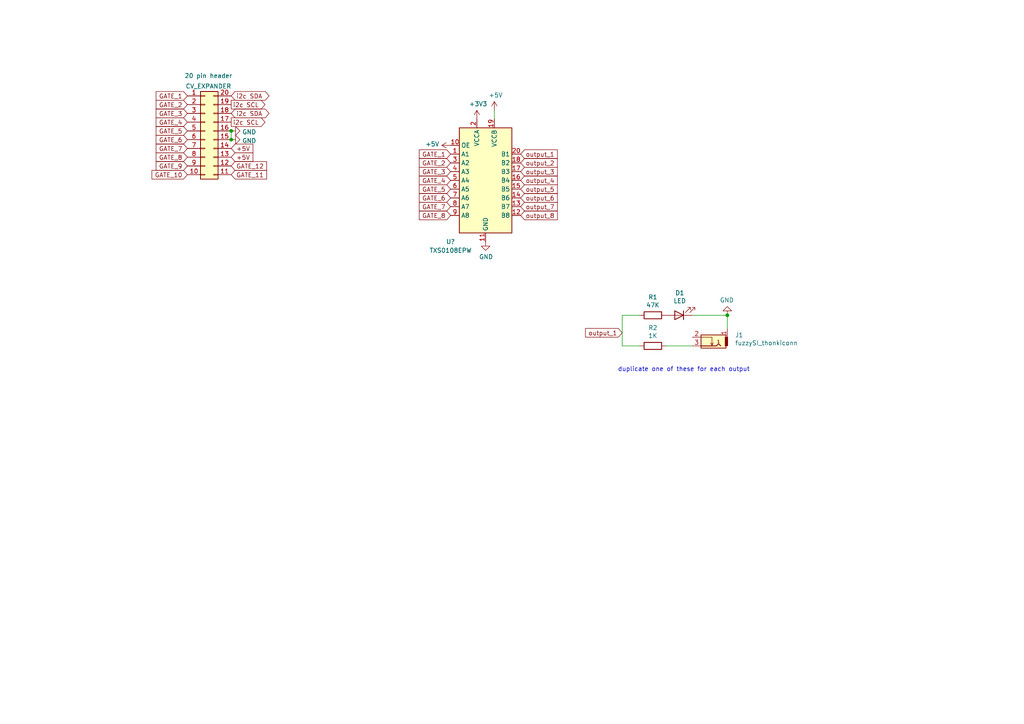
<source format=kicad_sch>
(kicad_sch (version 20230121) (generator eeschema)
  (paper "A4")
  (lib_symbols
    (symbol "Connector_Generic:Conn_02x10_Counter_Clockwise" (pin_names (offset 1.016) hide)
      (property "Reference" "J" (at 1.27 12.7 0))
      (property "Value" "Conn_02x10_Counter_Clockwise" (at 1.27 -15.24 0))
      (symbol "Conn_02x10_Counter_Clockwise_1_1"
        (rectangle (start -1.27 -12.573) (end 0 -12.827) (stroke (width 0.1524)))
        (rectangle (start -1.27 -10.033) (end 0 -10.287) (stroke (width 0.1524)))
        (rectangle (start -1.27 -7.493) (end 0 -7.747) (stroke (width 0.1524)))
        (rectangle (start -1.27 -4.953) (end 0 -5.207) (stroke (width 0.1524)))
        (rectangle (start -1.27 -2.413) (end 0 -2.667) (stroke (width 0.1524)))
        (rectangle (start -1.27 0.127) (end 0 -0.127) (stroke (width 0.1524)))
        (rectangle (start -1.27 2.667) (end 0 2.413) (stroke (width 0.1524)))
        (rectangle (start -1.27 5.207) (end 0 4.953) (stroke (width 0.1524)))
        (rectangle (start -1.27 7.747) (end 0 7.493) (stroke (width 0.1524)))
        (rectangle (start -1.27 10.287) (end 0 10.033) (stroke (width 0.1524)))
        (rectangle (start -1.27 11.43) (end 3.81 -13.97) (stroke (width 0.254)) (fill (type background)))
        (rectangle (start 3.81 -12.573) (end 2.54 -12.827) (stroke (width 0.1524)))
        (rectangle (start 3.81 -10.033) (end 2.54 -10.287) (stroke (width 0.1524)))
        (rectangle (start 3.81 -7.493) (end 2.54 -7.747) (stroke (width 0.1524)))
        (rectangle (start 3.81 -4.953) (end 2.54 -5.207) (stroke (width 0.1524)))
        (rectangle (start 3.81 -2.413) (end 2.54 -2.667) (stroke (width 0.1524)))
        (rectangle (start 3.81 0.127) (end 2.54 -0.127) (stroke (width 0.1524)))
        (rectangle (start 3.81 2.667) (end 2.54 2.413) (stroke (width 0.1524)))
        (rectangle (start 3.81 5.207) (end 2.54 4.953) (stroke (width 0.1524)))
        (rectangle (start 3.81 7.747) (end 2.54 7.493) (stroke (width 0.1524)))
        (rectangle (start 3.81 10.287) (end 2.54 10.033) (stroke (width 0.1524)))
        (pin passive line (at -5.08 10.16 0) (length 3.81) (name "Pin_1") (number "1"))
        (pin passive line (at -5.08 -12.7 0) (length 3.81) (name "Pin_10") (number "10"))
        (pin passive line (at 7.62 -12.7 180) (length 3.81) (name "Pin_11") (number "11"))
        (pin passive line (at 7.62 -10.16 180) (length 3.81) (name "Pin_12") (number "12"))
        (pin passive line (at 7.62 -7.62 180) (length 3.81) (name "Pin_13") (number "13"))
        (pin passive line (at 7.62 -5.08 180) (length 3.81) (name "Pin_14") (number "14"))
        (pin passive line (at 7.62 -2.54 180) (length 3.81) (name "Pin_15") (number "15"))
        (pin passive line (at 7.62 0 180) (length 3.81) (name "Pin_16") (number "16"))
        (pin passive line (at 7.62 2.54 180) (length 3.81) (name "Pin_17") (number "17"))
        (pin passive line (at 7.62 5.08 180) (length 3.81) (name "Pin_18") (number "18"))
        (pin passive line (at 7.62 7.62 180) (length 3.81) (name "Pin_19") (number "19"))
        (pin passive line (at -5.08 7.62 0) (length 3.81) (name "Pin_2") (number "2"))
        (pin passive line (at 7.62 10.16 180) (length 3.81) (name "Pin_20") (number "20"))
        (pin passive line (at -5.08 5.08 0) (length 3.81) (name "Pin_3") (number "3"))
        (pin passive line (at -5.08 2.54 0) (length 3.81) (name "Pin_4") (number "4"))
        (pin passive line (at -5.08 0 0) (length 3.81) (name "Pin_5") (number "5"))
        (pin passive line (at -5.08 -2.54 0) (length 3.81) (name "Pin_6") (number "6"))
        (pin passive line (at -5.08 -5.08 0) (length 3.81) (name "Pin_7") (number "7"))
        (pin passive line (at -5.08 -7.62 0) (length 3.81) (name "Pin_8") (number "8"))
        (pin passive line (at -5.08 -10.16 0) (length 3.81) (name "Pin_9") (number "9"))
      )
    )
    (symbol "Device:LED" (pin_numbers hide) (pin_names (offset 1.016) hide)
      (property "Reference" "D" (at 0 2.54 0))
      (property "Value" "LED" (at 0 -2.54 0))
      (symbol "LED_0_1"
        (polyline (pts (xy -1.27 -1.27) (xy -1.27 1.27)) (stroke (width 0.254)))
        (polyline (pts (xy -1.27 0) (xy 1.27 0)))
        (polyline (pts (xy 1.27 -1.27) (xy 1.27 1.27) (xy -1.27 0) (xy 1.27 -1.27)) (stroke (width 0.254)))
        (polyline (pts (xy -3.048 -0.762) (xy -4.572 -2.286) (xy -3.81 -2.286) (xy -4.572 -2.286) (xy -4.572 -1.524)))
        (polyline (pts (xy -1.778 -0.762) (xy -3.302 -2.286) (xy -2.54 -2.286) (xy -3.302 -2.286) (xy -3.302 -1.524)))
      )
      (symbol "LED_1_1"
        (pin passive line (at -3.81 0 0) (length 2.54) (name "K") (number "1"))
        (pin passive line (at 3.81 0 180) (length 2.54) (name "A") (number "2"))
      )
    )
    (symbol "Device:R" (pin_numbers hide) (pin_names (offset 0))
      (property "Reference" "R" (at 2.032 0 90))
      (property "Value" "R" (at 0 0 90))
      (symbol "R_0_1"
        (rectangle (start -1.016 -2.54) (end 1.016 2.54) (stroke (width 0.254)))
      )
      (symbol "R_1_1"
        (pin passive line (at 0 3.81 270) (length 1.27) (name "~") (number "1"))
        (pin passive line (at 0 -3.81 90) (length 1.27) (name "~") (number "2"))
      )
    )
    (symbol "Logic_LevelTranslator:TXS0108EPW"
      (property "Reference" "U" (at -6.35 16.51 0))
      (property "Value" "TXS0108EPW" (at 3.81 16.51 0))
      (symbol "TXS0108EPW_0_1"
        (rectangle (start -7.62 15.24) (end 7.62 -15.24) (stroke (width 0.254)) (fill (type background)))
      )
      (symbol "TXS0108EPW_1_1"
        (pin bidirectional line (at -10.16 7.62 0) (length 2.54) (name "A1") (number "1"))
        (pin input line (at -10.16 10.16 0) (length 2.54) (name "OE") (number "10"))
        (pin power_in line (at 0 -17.78 90) (length 2.54) (name "GND") (number "11"))
        (pin bidirectional line (at 10.16 -10.16 180) (length 2.54) (name "B8") (number "12"))
        (pin bidirectional line (at 10.16 -7.62 180) (length 2.54) (name "B7") (number "13"))
        (pin bidirectional line (at 10.16 -5.08 180) (length 2.54) (name "B6") (number "14"))
        (pin bidirectional line (at 10.16 -2.54 180) (length 2.54) (name "B5") (number "15"))
        (pin bidirectional line (at 10.16 0 180) (length 2.54) (name "B4") (number "16"))
        (pin bidirectional line (at 10.16 2.54 180) (length 2.54) (name "B3") (number "17"))
        (pin bidirectional line (at 10.16 5.08 180) (length 2.54) (name "B2") (number "18"))
        (pin power_in line (at 2.54 17.78 270) (length 2.54) (name "VCCB") (number "19"))
        (pin power_in line (at -2.54 17.78 270) (length 2.54) (name "VCCA") (number "2"))
        (pin bidirectional line (at 10.16 7.62 180) (length 2.54) (name "B1") (number "20"))
        (pin bidirectional line (at -10.16 5.08 0) (length 2.54) (name "A2") (number "3"))
        (pin bidirectional line (at -10.16 2.54 0) (length 2.54) (name "A3") (number "4"))
        (pin bidirectional line (at -10.16 0 0) (length 2.54) (name "A4") (number "5"))
        (pin bidirectional line (at -10.16 -2.54 0) (length 2.54) (name "A5") (number "6"))
        (pin bidirectional line (at -10.16 -5.08 0) (length 2.54) (name "A6") (number "7"))
        (pin bidirectional line (at -10.16 -7.62 0) (length 2.54) (name "A7") (number "8"))
        (pin bidirectional line (at -10.16 -10.16 0) (length 2.54) (name "A8") (number "9"))
      )
    )
    (symbol "power:+3V3" (power) (pin_names (offset 0))
      (property "Value" "+3V3" (at 0 3.556 0))
      (symbol "+3V3_0_1"
        (polyline (pts (xy -0.762 1.27) (xy 0 2.54)))
        (polyline (pts (xy 0 0) (xy 0 2.54)))
        (polyline (pts (xy 0 2.54) (xy 0.762 1.27)))
      )
      (symbol "+3V3_1_1"
        (pin power_in line (at 0 0 90) (length 0) hide (name "+3V3") (number "1"))
      )
    )
    (symbol "power:+5V" (power) (pin_names (offset 0))
      (property "Value" "+5V" (at 0 3.556 0))
      (symbol "+5V_0_1"
        (polyline (pts (xy -0.762 1.27) (xy 0 2.54)))
        (polyline (pts (xy 0 0) (xy 0 2.54)))
        (polyline (pts (xy 0 2.54) (xy 0.762 1.27)))
      )
      (symbol "+5V_1_1"
        (pin power_in line (at 0 0 90) (length 0) hide (name "+5V") (number "1"))
      )
    )
    (symbol "power:GND" (power) (pin_names (offset 0))
      (property "Value" "GND" (at 0 -3.81 0))
      (symbol "GND_0_1"
        (polyline (pts (xy 0 0) (xy 0 -1.27) (xy 1.27 -1.27) (xy 0 -2.54) (xy -1.27 -1.27) (xy 0 -1.27)))
      )
      (symbol "GND_1_1"
        (pin power_in line (at 0 0 270) (length 0) hide (name "GND") (number "1"))
      )
    )
    (symbol "usb_midi_clocker circuits-rescue:fuzzySI_thonkiconn-thonkiconn_jackSocket_fuzzySi" (pin_names (offset 1.016))
      (property "Reference" "J" (at -1.27 4.445 0))
      (property "Value" "thonkiconn_jackSocket_fuzzySi_fuzzySI_thonkiconn" (at 4.318 -1.778 0))
      (symbol "fuzzySI_thonkiconn-thonkiconn_jackSocket_fuzzySi_0_0"
        (text "1" (at -2.54 1.27 0) (effects (font (size 0.762 0.762))))
      )
      (symbol "fuzzySI_thonkiconn-thonkiconn_jackSocket_fuzzySi_0_1"
        (rectangle (start -4.699 3.175) (end 2.54 -0.635) (stroke (width 0.254)) (fill (type background)))
        (rectangle (start -4.445 0) (end -5.207 2.54) (fill (type outline)))
        (polyline (pts (xy -0.635 2.413) (xy -0.254 1.651)))
        (polyline (pts (xy 2.54 0) (xy -0.635 0) (xy -0.635 2.413) (xy -1.016 1.651)))
        (polyline (pts (xy 2.54 2.54) (xy -1.905 2.54) (xy -2.54 1.905) (xy -3.175 2.54)) (stroke (width 0.254)))
      )
      (symbol "fuzzySI_thonkiconn-thonkiconn_jackSocket_fuzzySi_1_1"
        (pin passive line (at -5.08 -2.54 90) (length 2.54) (name "~") (number "1"))
        (pin passive line (at 5.08 0 180) (length 2.54) (name "~") (number "2"))
        (pin passive line (at 5.08 2.54 180) (length 2.54) (name "~") (number "3"))
      )
    )
  )
  (junction (at 67.056 40.513))
  (junction (at 67.056 37.973))
  (junction (at 210.947 91.44))
  (wire (pts (xy 200.787 100.33) (xy 193.167 100.33)))
  (wire (pts (xy 180.467 91.44) (xy 180.467 100.33)))
  (wire (pts (xy 180.467 100.33) (xy 185.547 100.33)))
  (wire (pts (xy 67.056 37.973) (xy 67.056 40.513)))
  (wire (pts (xy 210.947 95.25) (xy 210.947 91.44)))
  (wire (pts (xy 210.947 91.44) (xy 200.787 91.44)))
  (wire (pts (xy 143.383 32.004) (xy 143.383 34.544)))
  (wire (pts (xy 185.547 91.44) (xy 180.467 91.44)))
  (text "duplicate one of these for each output" (at 179.197 107.95 0) (effects (font (size 1.27 1.27)) (justify left bottom)))
  (global_label "output_7" (shape input) (at 151.003 59.944 0) (property "Intersheetrefs" "${INTERSHEET_REFS}" (effects hide)))
  (global_label "GATE_2" (shape input) (at 130.683 47.244 180) (property "Intersheetrefs" "${INTERSHEET_REFS}" (effects hide)))
  (global_label "GATE_1" (shape input) (at 54.356 27.813 180) (property "Intersheetrefs" "${INTERSHEET_REFS}" (effects hide)))
  (global_label "i2c SDA" (shape bidirectional) (at 67.056 27.813 0) (property "Intersheetrefs" "${INTERSHEET_REFS}" (effects hide)))
  (global_label "+5V" (shape input) (at 67.056 45.593 0) (property "Intersheetrefs" "${INTERSHEET_REFS}" (effects hide)))
  (global_label "GATE_7" (shape input) (at 130.683 59.944 180) (property "Intersheetrefs" "${INTERSHEET_REFS}" (effects hide)))
  (global_label "GATE_8" (shape input) (at 54.356 45.593 180) (property "Intersheetrefs" "${INTERSHEET_REFS}" (effects hide)))
  (global_label "GATE_6" (shape input) (at 130.683 57.404 180) (property "Intersheetrefs" "${INTERSHEET_REFS}" (effects hide)))
  (global_label "i2c SDA" (shape bidirectional) (at 67.056 32.893 0) (property "Intersheetrefs" "${INTERSHEET_REFS}" (effects hide)))
  (global_label "GATE_3" (shape input) (at 54.356 32.893 180) (property "Intersheetrefs" "${INTERSHEET_REFS}" (effects hide)))
  (global_label "GATE_3" (shape input) (at 130.683 49.784 180) (property "Intersheetrefs" "${INTERSHEET_REFS}" (effects hide)))
  (global_label "output_8" (shape input) (at 151.003 62.484 0) (property "Intersheetrefs" "${INTERSHEET_REFS}" (effects hide)))
  (global_label "GATE_5" (shape input) (at 130.683 54.864 180) (property "Intersheetrefs" "${INTERSHEET_REFS}" (effects hide)))
  (global_label "+5V" (shape input) (at 67.056 43.053 0) (property "Intersheetrefs" "${INTERSHEET_REFS}" (effects hide)))
  (global_label "i2c SCL" (shape output) (at 67.056 30.353 0) (property "Intersheetrefs" "${INTERSHEET_REFS}" (effects hide)))
  (global_label "GATE_9" (shape input) (at 54.356 48.133 180) (property "Intersheetrefs" "${INTERSHEET_REFS}" (effects hide)))
  (global_label "output_3" (shape input) (at 151.003 49.784 0) (property "Intersheetrefs" "${INTERSHEET_REFS}" (effects hide)))
  (global_label "GATE_4" (shape input) (at 54.356 35.433 180) (property "Intersheetrefs" "${INTERSHEET_REFS}" (effects hide)))
  (global_label "GATE_6" (shape input) (at 54.356 40.513 180) (property "Intersheetrefs" "${INTERSHEET_REFS}" (effects hide)))
  (global_label "GATE_2" (shape input) (at 54.356 30.353 180) (property "Intersheetrefs" "${INTERSHEET_REFS}" (effects hide)))
  (global_label "GATE_10" (shape input) (at 54.356 50.673 180) (property "Intersheetrefs" "${INTERSHEET_REFS}" (effects hide)))
  (global_label "output_1" (shape input) (at 180.467 96.52 180) (property "Intersheetrefs" "${INTERSHEET_REFS}" (effects hide)))
  (global_label "output_5" (shape input) (at 151.003 54.864 0) (property "Intersheetrefs" "${INTERSHEET_REFS}" (effects hide)))
  (global_label "GATE_11" (shape input) (at 67.056 50.673 0) (property "Intersheetrefs" "${INTERSHEET_REFS}" (effects hide)))
  (global_label "output_2" (shape input) (at 151.003 47.244 0) (property "Intersheetrefs" "${INTERSHEET_REFS}" (effects hide)))
  (global_label "GATE_12" (shape input) (at 67.056 48.133 0) (property "Intersheetrefs" "${INTERSHEET_REFS}" (effects hide)))
  (global_label "GATE_8" (shape input) (at 130.683 62.484 180) (property "Intersheetrefs" "${INTERSHEET_REFS}" (effects hide)))
  (global_label "GATE_1" (shape input) (at 130.683 44.704 180) (property "Intersheetrefs" "${INTERSHEET_REFS}" (effects hide)))
  (global_label "GATE_5" (shape input) (at 54.356 37.973 180) (property "Intersheetrefs" "${INTERSHEET_REFS}" (effects hide)))
  (global_label "i2c SCL" (shape output) (at 67.056 35.433 0) (property "Intersheetrefs" "${INTERSHEET_REFS}" (effects hide)))
  (global_label "GATE_4" (shape input) (at 130.683 52.324 180) (property "Intersheetrefs" "${INTERSHEET_REFS}" (effects hide)))
  (global_label "GATE_7" (shape input) (at 54.356 43.053 180) (property "Intersheetrefs" "${INTERSHEET_REFS}" (effects hide)))
  (global_label "output_4" (shape input) (at 151.003 52.324 0) (property "Intersheetrefs" "${INTERSHEET_REFS}" (effects hide)))
  (global_label "output_6" (shape input) (at 151.003 57.404 0) (property "Intersheetrefs" "${INTERSHEET_REFS}" (effects hide)))
  (global_label "output_1" (shape input) (at 151.003 44.704 0) (property "Intersheetrefs" "${INTERSHEET_REFS}" (effects hide)))
  (symbol (lib_id "power:GND") (at 67.056 40.513 90) (unit 1)
    (property "Reference" "#PWR07" (effects hide))
    (property "Value" "GND" (at 70.231 40.8298 90) (effects (justify right)))
    (instances (project "usb_midi_clocker circuits" (path "" (reference "#PWR07") (unit 1)) (path "" (reference "#PWR021") (unit 1))))
  )
  (symbol (lib_id "power:+3V3") (at 138.303 34.544 0) (unit 1)
    (property "Reference" "#PWR?" (effects hide))
    (property "Value" "+3V3" (at 138.684 30.1498 0))
    (instances (project "usb_midi_clocker circuits" (path "" (reference "#PWR?") (unit 1)) (path "" (reference "#PWR023") (unit 1))))
  )
  (symbol (lib_id "power:GND") (at 67.056 37.973 90) (unit 1)
    (property "Reference" "#PWR08" (effects hide))
    (property "Value" "GND" (at 70.231 38.2898 90) (effects (justify right)))
    (instances (project "usb_midi_clocker circuits" (path "" (reference "#PWR08") (unit 1)) (path "" (reference "#PWR020") (unit 1))))
  )
  (symbol (lib_id "Device:LED") (at 196.977 91.44 180) (unit 1)
    (property "Reference" "D1" (at 197.1548 84.963 0))
    (property "Value" "LED" (at 197.1548 87.2744 0))
  )
  (symbol (lib_id "Connector_Generic:Conn_02x10_Counter_Clockwise") (at 59.436 37.973 0) (unit 1)
    (property "Reference" "CV_EXPANDER" (at 60.452 25.019 0))
    (property "Value" "20 pin header" (at 60.452 21.971 0))
    (instances (project "usb_midi_clocker circuits" (path "" (reference "CV_EXPANDER") (unit 1)) (path "" (reference "CV_EXPANDER1") (unit 1))))
  )
  (symbol (lib_id "usb_midi_clocker circuits-rescue:fuzzySI_thonkiconn-thonkiconn_jackSocket_fuzzySi") (at 205.867 97.79 180) (unit 1)
    (property "Reference" "J1" (at 213.1822 97.1804 0) (effects (justify right)))
    (property "Value" "fuzzySI_thonkiconn" (at 213.1822 99.4918 0) (effects (justify right)))
  )
  (symbol (lib_id "power:+5V") (at 143.383 32.004 0) (unit 1)
    (property "Reference" "#PWR?" (effects hide))
    (property "Value" "+5V" (at 143.764 27.6098 0))
    (instances (project "usb_midi_clocker circuits" (path "" (reference "#PWR?") (unit 1)) (path "" (reference "#PWR025") (unit 1))))
  )
  (symbol (lib_id "Device:R") (at 189.357 91.44 270) (unit 1)
    (property "Reference" "R1" (at 189.357 86.1822 90))
    (property "Value" "47K" (at 189.357 88.4936 90))
  )
  (symbol (lib_id "power:GND") (at 140.843 70.104 0) (unit 1)
    (property "Reference" "#PWR?" (effects hide))
    (property "Value" "GND" (at 140.97 74.4982 0))
    (instances (project "usb_midi_clocker circuits" (path "" (reference "#PWR?") (unit 1)) (path "" (reference "#PWR024") (unit 1))))
  )
  (symbol (lib_id "power:GND") (at 210.947 91.44 180) (unit 1)
    (property "Reference" "#PWR0101" (effects hide))
    (property "Value" "GND" (at 210.82 87.0458 0))
    (instances (project "usb_midi_clocker circuits" (path "" (reference "#PWR0101") (unit 1)) (path "" (reference "#PWR06") (unit 1))))
  )
  (symbol (lib_id "Device:R") (at 189.357 100.33 270) (unit 1)
    (property "Reference" "R2" (at 189.357 95.0722 90))
    (property "Value" "1K" (at 189.357 97.3836 90))
  )
  (symbol (lib_id "Logic_LevelTranslator:TXS0108EPW") (at 140.843 52.324 0) (unit 1)
    (property "Reference" "U?" (at 130.683 70.104 0))
    (property "Value" "TXS0108EPW" (at 130.683 72.644 0))
    (property "Footprint" "Package_SO:TSSOP-20_4.4x6.5mm_P0.65mm" (effects hide))
    (property "Datasheet" "www.ti.com/lit/ds/symlink/txs0108e.pdf" (effects hide))
    (instances (project "usb_midi_clocker circuits" (path "" (reference "U?") (unit 1)) (path "" (reference "U3") (unit 1))))
  )
  (symbol (lib_id "power:+5V") (at 130.683 42.164 90) (unit 1)
    (property "Reference" "#PWR?" (effects hide))
    (property "Value" "+5V" (at 127.4318 41.783 90) (effects (justify left)))
    (instances (project "usb_midi_clocker circuits" (path "" (reference "#PWR?") (unit 1)) (path "" (reference "#PWR022") (unit 1))))
  )
)
</source>
